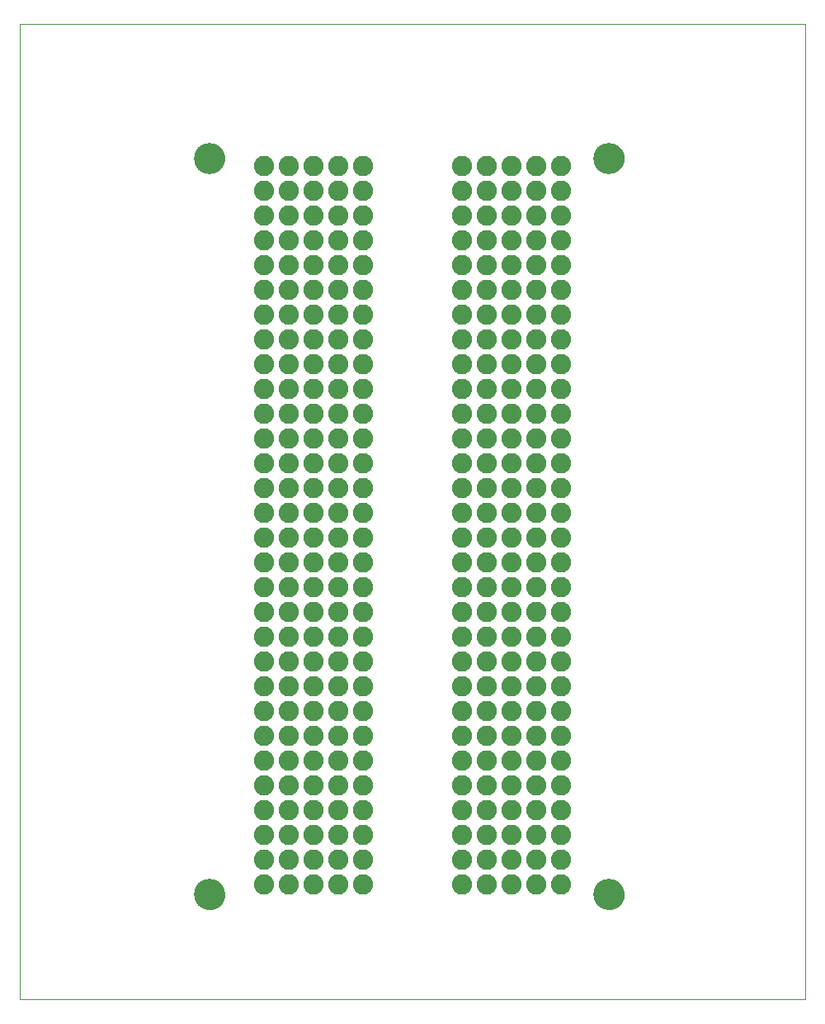
<source format=gts>
G75*
%MOIN*%
%OFA0B0*%
%FSLAX25Y25*%
%IPPOS*%
%LPD*%
%AMOC8*
5,1,8,0,0,1.08239X$1,22.5*
%
%ADD10C,0.00000*%
%ADD11C,0.12611*%
%ADD12C,0.08200*%
D10*
X0001000Y0001000D02*
X0001000Y0394701D01*
X0318421Y0394701D01*
X0318421Y0001000D01*
X0001000Y0001000D01*
X0071897Y0043402D02*
X0071899Y0043555D01*
X0071905Y0043709D01*
X0071915Y0043862D01*
X0071929Y0044014D01*
X0071947Y0044167D01*
X0071969Y0044318D01*
X0071994Y0044469D01*
X0072024Y0044620D01*
X0072058Y0044770D01*
X0072095Y0044918D01*
X0072136Y0045066D01*
X0072181Y0045212D01*
X0072230Y0045358D01*
X0072283Y0045502D01*
X0072339Y0045644D01*
X0072399Y0045785D01*
X0072463Y0045925D01*
X0072530Y0046063D01*
X0072601Y0046199D01*
X0072676Y0046333D01*
X0072753Y0046465D01*
X0072835Y0046595D01*
X0072919Y0046723D01*
X0073007Y0046849D01*
X0073098Y0046972D01*
X0073192Y0047093D01*
X0073290Y0047211D01*
X0073390Y0047327D01*
X0073494Y0047440D01*
X0073600Y0047551D01*
X0073709Y0047659D01*
X0073821Y0047764D01*
X0073935Y0047865D01*
X0074053Y0047964D01*
X0074172Y0048060D01*
X0074294Y0048153D01*
X0074419Y0048242D01*
X0074546Y0048329D01*
X0074675Y0048411D01*
X0074806Y0048491D01*
X0074939Y0048567D01*
X0075074Y0048640D01*
X0075211Y0048709D01*
X0075350Y0048774D01*
X0075490Y0048836D01*
X0075632Y0048894D01*
X0075775Y0048949D01*
X0075920Y0049000D01*
X0076066Y0049047D01*
X0076213Y0049090D01*
X0076361Y0049129D01*
X0076510Y0049165D01*
X0076660Y0049196D01*
X0076811Y0049224D01*
X0076962Y0049248D01*
X0077115Y0049268D01*
X0077267Y0049284D01*
X0077420Y0049296D01*
X0077573Y0049304D01*
X0077726Y0049308D01*
X0077880Y0049308D01*
X0078033Y0049304D01*
X0078186Y0049296D01*
X0078339Y0049284D01*
X0078491Y0049268D01*
X0078644Y0049248D01*
X0078795Y0049224D01*
X0078946Y0049196D01*
X0079096Y0049165D01*
X0079245Y0049129D01*
X0079393Y0049090D01*
X0079540Y0049047D01*
X0079686Y0049000D01*
X0079831Y0048949D01*
X0079974Y0048894D01*
X0080116Y0048836D01*
X0080256Y0048774D01*
X0080395Y0048709D01*
X0080532Y0048640D01*
X0080667Y0048567D01*
X0080800Y0048491D01*
X0080931Y0048411D01*
X0081060Y0048329D01*
X0081187Y0048242D01*
X0081312Y0048153D01*
X0081434Y0048060D01*
X0081553Y0047964D01*
X0081671Y0047865D01*
X0081785Y0047764D01*
X0081897Y0047659D01*
X0082006Y0047551D01*
X0082112Y0047440D01*
X0082216Y0047327D01*
X0082316Y0047211D01*
X0082414Y0047093D01*
X0082508Y0046972D01*
X0082599Y0046849D01*
X0082687Y0046723D01*
X0082771Y0046595D01*
X0082853Y0046465D01*
X0082930Y0046333D01*
X0083005Y0046199D01*
X0083076Y0046063D01*
X0083143Y0045925D01*
X0083207Y0045785D01*
X0083267Y0045644D01*
X0083323Y0045502D01*
X0083376Y0045358D01*
X0083425Y0045212D01*
X0083470Y0045066D01*
X0083511Y0044918D01*
X0083548Y0044770D01*
X0083582Y0044620D01*
X0083612Y0044469D01*
X0083637Y0044318D01*
X0083659Y0044167D01*
X0083677Y0044014D01*
X0083691Y0043862D01*
X0083701Y0043709D01*
X0083707Y0043555D01*
X0083709Y0043402D01*
X0083707Y0043249D01*
X0083701Y0043095D01*
X0083691Y0042942D01*
X0083677Y0042790D01*
X0083659Y0042637D01*
X0083637Y0042486D01*
X0083612Y0042335D01*
X0083582Y0042184D01*
X0083548Y0042034D01*
X0083511Y0041886D01*
X0083470Y0041738D01*
X0083425Y0041592D01*
X0083376Y0041446D01*
X0083323Y0041302D01*
X0083267Y0041160D01*
X0083207Y0041019D01*
X0083143Y0040879D01*
X0083076Y0040741D01*
X0083005Y0040605D01*
X0082930Y0040471D01*
X0082853Y0040339D01*
X0082771Y0040209D01*
X0082687Y0040081D01*
X0082599Y0039955D01*
X0082508Y0039832D01*
X0082414Y0039711D01*
X0082316Y0039593D01*
X0082216Y0039477D01*
X0082112Y0039364D01*
X0082006Y0039253D01*
X0081897Y0039145D01*
X0081785Y0039040D01*
X0081671Y0038939D01*
X0081553Y0038840D01*
X0081434Y0038744D01*
X0081312Y0038651D01*
X0081187Y0038562D01*
X0081060Y0038475D01*
X0080931Y0038393D01*
X0080800Y0038313D01*
X0080667Y0038237D01*
X0080532Y0038164D01*
X0080395Y0038095D01*
X0080256Y0038030D01*
X0080116Y0037968D01*
X0079974Y0037910D01*
X0079831Y0037855D01*
X0079686Y0037804D01*
X0079540Y0037757D01*
X0079393Y0037714D01*
X0079245Y0037675D01*
X0079096Y0037639D01*
X0078946Y0037608D01*
X0078795Y0037580D01*
X0078644Y0037556D01*
X0078491Y0037536D01*
X0078339Y0037520D01*
X0078186Y0037508D01*
X0078033Y0037500D01*
X0077880Y0037496D01*
X0077726Y0037496D01*
X0077573Y0037500D01*
X0077420Y0037508D01*
X0077267Y0037520D01*
X0077115Y0037536D01*
X0076962Y0037556D01*
X0076811Y0037580D01*
X0076660Y0037608D01*
X0076510Y0037639D01*
X0076361Y0037675D01*
X0076213Y0037714D01*
X0076066Y0037757D01*
X0075920Y0037804D01*
X0075775Y0037855D01*
X0075632Y0037910D01*
X0075490Y0037968D01*
X0075350Y0038030D01*
X0075211Y0038095D01*
X0075074Y0038164D01*
X0074939Y0038237D01*
X0074806Y0038313D01*
X0074675Y0038393D01*
X0074546Y0038475D01*
X0074419Y0038562D01*
X0074294Y0038651D01*
X0074172Y0038744D01*
X0074053Y0038840D01*
X0073935Y0038939D01*
X0073821Y0039040D01*
X0073709Y0039145D01*
X0073600Y0039253D01*
X0073494Y0039364D01*
X0073390Y0039477D01*
X0073290Y0039593D01*
X0073192Y0039711D01*
X0073098Y0039832D01*
X0073007Y0039955D01*
X0072919Y0040081D01*
X0072835Y0040209D01*
X0072753Y0040339D01*
X0072676Y0040471D01*
X0072601Y0040605D01*
X0072530Y0040741D01*
X0072463Y0040879D01*
X0072399Y0041019D01*
X0072339Y0041160D01*
X0072283Y0041302D01*
X0072230Y0041446D01*
X0072181Y0041592D01*
X0072136Y0041738D01*
X0072095Y0041886D01*
X0072058Y0042034D01*
X0072024Y0042184D01*
X0071994Y0042335D01*
X0071969Y0042486D01*
X0071947Y0042637D01*
X0071929Y0042790D01*
X0071915Y0042942D01*
X0071905Y0043095D01*
X0071899Y0043249D01*
X0071897Y0043402D01*
X0233314Y0043402D02*
X0233316Y0043555D01*
X0233322Y0043709D01*
X0233332Y0043862D01*
X0233346Y0044014D01*
X0233364Y0044167D01*
X0233386Y0044318D01*
X0233411Y0044469D01*
X0233441Y0044620D01*
X0233475Y0044770D01*
X0233512Y0044918D01*
X0233553Y0045066D01*
X0233598Y0045212D01*
X0233647Y0045358D01*
X0233700Y0045502D01*
X0233756Y0045644D01*
X0233816Y0045785D01*
X0233880Y0045925D01*
X0233947Y0046063D01*
X0234018Y0046199D01*
X0234093Y0046333D01*
X0234170Y0046465D01*
X0234252Y0046595D01*
X0234336Y0046723D01*
X0234424Y0046849D01*
X0234515Y0046972D01*
X0234609Y0047093D01*
X0234707Y0047211D01*
X0234807Y0047327D01*
X0234911Y0047440D01*
X0235017Y0047551D01*
X0235126Y0047659D01*
X0235238Y0047764D01*
X0235352Y0047865D01*
X0235470Y0047964D01*
X0235589Y0048060D01*
X0235711Y0048153D01*
X0235836Y0048242D01*
X0235963Y0048329D01*
X0236092Y0048411D01*
X0236223Y0048491D01*
X0236356Y0048567D01*
X0236491Y0048640D01*
X0236628Y0048709D01*
X0236767Y0048774D01*
X0236907Y0048836D01*
X0237049Y0048894D01*
X0237192Y0048949D01*
X0237337Y0049000D01*
X0237483Y0049047D01*
X0237630Y0049090D01*
X0237778Y0049129D01*
X0237927Y0049165D01*
X0238077Y0049196D01*
X0238228Y0049224D01*
X0238379Y0049248D01*
X0238532Y0049268D01*
X0238684Y0049284D01*
X0238837Y0049296D01*
X0238990Y0049304D01*
X0239143Y0049308D01*
X0239297Y0049308D01*
X0239450Y0049304D01*
X0239603Y0049296D01*
X0239756Y0049284D01*
X0239908Y0049268D01*
X0240061Y0049248D01*
X0240212Y0049224D01*
X0240363Y0049196D01*
X0240513Y0049165D01*
X0240662Y0049129D01*
X0240810Y0049090D01*
X0240957Y0049047D01*
X0241103Y0049000D01*
X0241248Y0048949D01*
X0241391Y0048894D01*
X0241533Y0048836D01*
X0241673Y0048774D01*
X0241812Y0048709D01*
X0241949Y0048640D01*
X0242084Y0048567D01*
X0242217Y0048491D01*
X0242348Y0048411D01*
X0242477Y0048329D01*
X0242604Y0048242D01*
X0242729Y0048153D01*
X0242851Y0048060D01*
X0242970Y0047964D01*
X0243088Y0047865D01*
X0243202Y0047764D01*
X0243314Y0047659D01*
X0243423Y0047551D01*
X0243529Y0047440D01*
X0243633Y0047327D01*
X0243733Y0047211D01*
X0243831Y0047093D01*
X0243925Y0046972D01*
X0244016Y0046849D01*
X0244104Y0046723D01*
X0244188Y0046595D01*
X0244270Y0046465D01*
X0244347Y0046333D01*
X0244422Y0046199D01*
X0244493Y0046063D01*
X0244560Y0045925D01*
X0244624Y0045785D01*
X0244684Y0045644D01*
X0244740Y0045502D01*
X0244793Y0045358D01*
X0244842Y0045212D01*
X0244887Y0045066D01*
X0244928Y0044918D01*
X0244965Y0044770D01*
X0244999Y0044620D01*
X0245029Y0044469D01*
X0245054Y0044318D01*
X0245076Y0044167D01*
X0245094Y0044014D01*
X0245108Y0043862D01*
X0245118Y0043709D01*
X0245124Y0043555D01*
X0245126Y0043402D01*
X0245124Y0043249D01*
X0245118Y0043095D01*
X0245108Y0042942D01*
X0245094Y0042790D01*
X0245076Y0042637D01*
X0245054Y0042486D01*
X0245029Y0042335D01*
X0244999Y0042184D01*
X0244965Y0042034D01*
X0244928Y0041886D01*
X0244887Y0041738D01*
X0244842Y0041592D01*
X0244793Y0041446D01*
X0244740Y0041302D01*
X0244684Y0041160D01*
X0244624Y0041019D01*
X0244560Y0040879D01*
X0244493Y0040741D01*
X0244422Y0040605D01*
X0244347Y0040471D01*
X0244270Y0040339D01*
X0244188Y0040209D01*
X0244104Y0040081D01*
X0244016Y0039955D01*
X0243925Y0039832D01*
X0243831Y0039711D01*
X0243733Y0039593D01*
X0243633Y0039477D01*
X0243529Y0039364D01*
X0243423Y0039253D01*
X0243314Y0039145D01*
X0243202Y0039040D01*
X0243088Y0038939D01*
X0242970Y0038840D01*
X0242851Y0038744D01*
X0242729Y0038651D01*
X0242604Y0038562D01*
X0242477Y0038475D01*
X0242348Y0038393D01*
X0242217Y0038313D01*
X0242084Y0038237D01*
X0241949Y0038164D01*
X0241812Y0038095D01*
X0241673Y0038030D01*
X0241533Y0037968D01*
X0241391Y0037910D01*
X0241248Y0037855D01*
X0241103Y0037804D01*
X0240957Y0037757D01*
X0240810Y0037714D01*
X0240662Y0037675D01*
X0240513Y0037639D01*
X0240363Y0037608D01*
X0240212Y0037580D01*
X0240061Y0037556D01*
X0239908Y0037536D01*
X0239756Y0037520D01*
X0239603Y0037508D01*
X0239450Y0037500D01*
X0239297Y0037496D01*
X0239143Y0037496D01*
X0238990Y0037500D01*
X0238837Y0037508D01*
X0238684Y0037520D01*
X0238532Y0037536D01*
X0238379Y0037556D01*
X0238228Y0037580D01*
X0238077Y0037608D01*
X0237927Y0037639D01*
X0237778Y0037675D01*
X0237630Y0037714D01*
X0237483Y0037757D01*
X0237337Y0037804D01*
X0237192Y0037855D01*
X0237049Y0037910D01*
X0236907Y0037968D01*
X0236767Y0038030D01*
X0236628Y0038095D01*
X0236491Y0038164D01*
X0236356Y0038237D01*
X0236223Y0038313D01*
X0236092Y0038393D01*
X0235963Y0038475D01*
X0235836Y0038562D01*
X0235711Y0038651D01*
X0235589Y0038744D01*
X0235470Y0038840D01*
X0235352Y0038939D01*
X0235238Y0039040D01*
X0235126Y0039145D01*
X0235017Y0039253D01*
X0234911Y0039364D01*
X0234807Y0039477D01*
X0234707Y0039593D01*
X0234609Y0039711D01*
X0234515Y0039832D01*
X0234424Y0039955D01*
X0234336Y0040081D01*
X0234252Y0040209D01*
X0234170Y0040339D01*
X0234093Y0040471D01*
X0234018Y0040605D01*
X0233947Y0040741D01*
X0233880Y0040879D01*
X0233816Y0041019D01*
X0233756Y0041160D01*
X0233700Y0041302D01*
X0233647Y0041446D01*
X0233598Y0041592D01*
X0233553Y0041738D01*
X0233512Y0041886D01*
X0233475Y0042034D01*
X0233441Y0042184D01*
X0233411Y0042335D01*
X0233386Y0042486D01*
X0233364Y0042637D01*
X0233346Y0042790D01*
X0233332Y0042942D01*
X0233322Y0043095D01*
X0233316Y0043249D01*
X0233314Y0043402D01*
X0233314Y0340646D02*
X0233316Y0340799D01*
X0233322Y0340953D01*
X0233332Y0341106D01*
X0233346Y0341258D01*
X0233364Y0341411D01*
X0233386Y0341562D01*
X0233411Y0341713D01*
X0233441Y0341864D01*
X0233475Y0342014D01*
X0233512Y0342162D01*
X0233553Y0342310D01*
X0233598Y0342456D01*
X0233647Y0342602D01*
X0233700Y0342746D01*
X0233756Y0342888D01*
X0233816Y0343029D01*
X0233880Y0343169D01*
X0233947Y0343307D01*
X0234018Y0343443D01*
X0234093Y0343577D01*
X0234170Y0343709D01*
X0234252Y0343839D01*
X0234336Y0343967D01*
X0234424Y0344093D01*
X0234515Y0344216D01*
X0234609Y0344337D01*
X0234707Y0344455D01*
X0234807Y0344571D01*
X0234911Y0344684D01*
X0235017Y0344795D01*
X0235126Y0344903D01*
X0235238Y0345008D01*
X0235352Y0345109D01*
X0235470Y0345208D01*
X0235589Y0345304D01*
X0235711Y0345397D01*
X0235836Y0345486D01*
X0235963Y0345573D01*
X0236092Y0345655D01*
X0236223Y0345735D01*
X0236356Y0345811D01*
X0236491Y0345884D01*
X0236628Y0345953D01*
X0236767Y0346018D01*
X0236907Y0346080D01*
X0237049Y0346138D01*
X0237192Y0346193D01*
X0237337Y0346244D01*
X0237483Y0346291D01*
X0237630Y0346334D01*
X0237778Y0346373D01*
X0237927Y0346409D01*
X0238077Y0346440D01*
X0238228Y0346468D01*
X0238379Y0346492D01*
X0238532Y0346512D01*
X0238684Y0346528D01*
X0238837Y0346540D01*
X0238990Y0346548D01*
X0239143Y0346552D01*
X0239297Y0346552D01*
X0239450Y0346548D01*
X0239603Y0346540D01*
X0239756Y0346528D01*
X0239908Y0346512D01*
X0240061Y0346492D01*
X0240212Y0346468D01*
X0240363Y0346440D01*
X0240513Y0346409D01*
X0240662Y0346373D01*
X0240810Y0346334D01*
X0240957Y0346291D01*
X0241103Y0346244D01*
X0241248Y0346193D01*
X0241391Y0346138D01*
X0241533Y0346080D01*
X0241673Y0346018D01*
X0241812Y0345953D01*
X0241949Y0345884D01*
X0242084Y0345811D01*
X0242217Y0345735D01*
X0242348Y0345655D01*
X0242477Y0345573D01*
X0242604Y0345486D01*
X0242729Y0345397D01*
X0242851Y0345304D01*
X0242970Y0345208D01*
X0243088Y0345109D01*
X0243202Y0345008D01*
X0243314Y0344903D01*
X0243423Y0344795D01*
X0243529Y0344684D01*
X0243633Y0344571D01*
X0243733Y0344455D01*
X0243831Y0344337D01*
X0243925Y0344216D01*
X0244016Y0344093D01*
X0244104Y0343967D01*
X0244188Y0343839D01*
X0244270Y0343709D01*
X0244347Y0343577D01*
X0244422Y0343443D01*
X0244493Y0343307D01*
X0244560Y0343169D01*
X0244624Y0343029D01*
X0244684Y0342888D01*
X0244740Y0342746D01*
X0244793Y0342602D01*
X0244842Y0342456D01*
X0244887Y0342310D01*
X0244928Y0342162D01*
X0244965Y0342014D01*
X0244999Y0341864D01*
X0245029Y0341713D01*
X0245054Y0341562D01*
X0245076Y0341411D01*
X0245094Y0341258D01*
X0245108Y0341106D01*
X0245118Y0340953D01*
X0245124Y0340799D01*
X0245126Y0340646D01*
X0245124Y0340493D01*
X0245118Y0340339D01*
X0245108Y0340186D01*
X0245094Y0340034D01*
X0245076Y0339881D01*
X0245054Y0339730D01*
X0245029Y0339579D01*
X0244999Y0339428D01*
X0244965Y0339278D01*
X0244928Y0339130D01*
X0244887Y0338982D01*
X0244842Y0338836D01*
X0244793Y0338690D01*
X0244740Y0338546D01*
X0244684Y0338404D01*
X0244624Y0338263D01*
X0244560Y0338123D01*
X0244493Y0337985D01*
X0244422Y0337849D01*
X0244347Y0337715D01*
X0244270Y0337583D01*
X0244188Y0337453D01*
X0244104Y0337325D01*
X0244016Y0337199D01*
X0243925Y0337076D01*
X0243831Y0336955D01*
X0243733Y0336837D01*
X0243633Y0336721D01*
X0243529Y0336608D01*
X0243423Y0336497D01*
X0243314Y0336389D01*
X0243202Y0336284D01*
X0243088Y0336183D01*
X0242970Y0336084D01*
X0242851Y0335988D01*
X0242729Y0335895D01*
X0242604Y0335806D01*
X0242477Y0335719D01*
X0242348Y0335637D01*
X0242217Y0335557D01*
X0242084Y0335481D01*
X0241949Y0335408D01*
X0241812Y0335339D01*
X0241673Y0335274D01*
X0241533Y0335212D01*
X0241391Y0335154D01*
X0241248Y0335099D01*
X0241103Y0335048D01*
X0240957Y0335001D01*
X0240810Y0334958D01*
X0240662Y0334919D01*
X0240513Y0334883D01*
X0240363Y0334852D01*
X0240212Y0334824D01*
X0240061Y0334800D01*
X0239908Y0334780D01*
X0239756Y0334764D01*
X0239603Y0334752D01*
X0239450Y0334744D01*
X0239297Y0334740D01*
X0239143Y0334740D01*
X0238990Y0334744D01*
X0238837Y0334752D01*
X0238684Y0334764D01*
X0238532Y0334780D01*
X0238379Y0334800D01*
X0238228Y0334824D01*
X0238077Y0334852D01*
X0237927Y0334883D01*
X0237778Y0334919D01*
X0237630Y0334958D01*
X0237483Y0335001D01*
X0237337Y0335048D01*
X0237192Y0335099D01*
X0237049Y0335154D01*
X0236907Y0335212D01*
X0236767Y0335274D01*
X0236628Y0335339D01*
X0236491Y0335408D01*
X0236356Y0335481D01*
X0236223Y0335557D01*
X0236092Y0335637D01*
X0235963Y0335719D01*
X0235836Y0335806D01*
X0235711Y0335895D01*
X0235589Y0335988D01*
X0235470Y0336084D01*
X0235352Y0336183D01*
X0235238Y0336284D01*
X0235126Y0336389D01*
X0235017Y0336497D01*
X0234911Y0336608D01*
X0234807Y0336721D01*
X0234707Y0336837D01*
X0234609Y0336955D01*
X0234515Y0337076D01*
X0234424Y0337199D01*
X0234336Y0337325D01*
X0234252Y0337453D01*
X0234170Y0337583D01*
X0234093Y0337715D01*
X0234018Y0337849D01*
X0233947Y0337985D01*
X0233880Y0338123D01*
X0233816Y0338263D01*
X0233756Y0338404D01*
X0233700Y0338546D01*
X0233647Y0338690D01*
X0233598Y0338836D01*
X0233553Y0338982D01*
X0233512Y0339130D01*
X0233475Y0339278D01*
X0233441Y0339428D01*
X0233411Y0339579D01*
X0233386Y0339730D01*
X0233364Y0339881D01*
X0233346Y0340034D01*
X0233332Y0340186D01*
X0233322Y0340339D01*
X0233316Y0340493D01*
X0233314Y0340646D01*
X0071897Y0340646D02*
X0071899Y0340799D01*
X0071905Y0340953D01*
X0071915Y0341106D01*
X0071929Y0341258D01*
X0071947Y0341411D01*
X0071969Y0341562D01*
X0071994Y0341713D01*
X0072024Y0341864D01*
X0072058Y0342014D01*
X0072095Y0342162D01*
X0072136Y0342310D01*
X0072181Y0342456D01*
X0072230Y0342602D01*
X0072283Y0342746D01*
X0072339Y0342888D01*
X0072399Y0343029D01*
X0072463Y0343169D01*
X0072530Y0343307D01*
X0072601Y0343443D01*
X0072676Y0343577D01*
X0072753Y0343709D01*
X0072835Y0343839D01*
X0072919Y0343967D01*
X0073007Y0344093D01*
X0073098Y0344216D01*
X0073192Y0344337D01*
X0073290Y0344455D01*
X0073390Y0344571D01*
X0073494Y0344684D01*
X0073600Y0344795D01*
X0073709Y0344903D01*
X0073821Y0345008D01*
X0073935Y0345109D01*
X0074053Y0345208D01*
X0074172Y0345304D01*
X0074294Y0345397D01*
X0074419Y0345486D01*
X0074546Y0345573D01*
X0074675Y0345655D01*
X0074806Y0345735D01*
X0074939Y0345811D01*
X0075074Y0345884D01*
X0075211Y0345953D01*
X0075350Y0346018D01*
X0075490Y0346080D01*
X0075632Y0346138D01*
X0075775Y0346193D01*
X0075920Y0346244D01*
X0076066Y0346291D01*
X0076213Y0346334D01*
X0076361Y0346373D01*
X0076510Y0346409D01*
X0076660Y0346440D01*
X0076811Y0346468D01*
X0076962Y0346492D01*
X0077115Y0346512D01*
X0077267Y0346528D01*
X0077420Y0346540D01*
X0077573Y0346548D01*
X0077726Y0346552D01*
X0077880Y0346552D01*
X0078033Y0346548D01*
X0078186Y0346540D01*
X0078339Y0346528D01*
X0078491Y0346512D01*
X0078644Y0346492D01*
X0078795Y0346468D01*
X0078946Y0346440D01*
X0079096Y0346409D01*
X0079245Y0346373D01*
X0079393Y0346334D01*
X0079540Y0346291D01*
X0079686Y0346244D01*
X0079831Y0346193D01*
X0079974Y0346138D01*
X0080116Y0346080D01*
X0080256Y0346018D01*
X0080395Y0345953D01*
X0080532Y0345884D01*
X0080667Y0345811D01*
X0080800Y0345735D01*
X0080931Y0345655D01*
X0081060Y0345573D01*
X0081187Y0345486D01*
X0081312Y0345397D01*
X0081434Y0345304D01*
X0081553Y0345208D01*
X0081671Y0345109D01*
X0081785Y0345008D01*
X0081897Y0344903D01*
X0082006Y0344795D01*
X0082112Y0344684D01*
X0082216Y0344571D01*
X0082316Y0344455D01*
X0082414Y0344337D01*
X0082508Y0344216D01*
X0082599Y0344093D01*
X0082687Y0343967D01*
X0082771Y0343839D01*
X0082853Y0343709D01*
X0082930Y0343577D01*
X0083005Y0343443D01*
X0083076Y0343307D01*
X0083143Y0343169D01*
X0083207Y0343029D01*
X0083267Y0342888D01*
X0083323Y0342746D01*
X0083376Y0342602D01*
X0083425Y0342456D01*
X0083470Y0342310D01*
X0083511Y0342162D01*
X0083548Y0342014D01*
X0083582Y0341864D01*
X0083612Y0341713D01*
X0083637Y0341562D01*
X0083659Y0341411D01*
X0083677Y0341258D01*
X0083691Y0341106D01*
X0083701Y0340953D01*
X0083707Y0340799D01*
X0083709Y0340646D01*
X0083707Y0340493D01*
X0083701Y0340339D01*
X0083691Y0340186D01*
X0083677Y0340034D01*
X0083659Y0339881D01*
X0083637Y0339730D01*
X0083612Y0339579D01*
X0083582Y0339428D01*
X0083548Y0339278D01*
X0083511Y0339130D01*
X0083470Y0338982D01*
X0083425Y0338836D01*
X0083376Y0338690D01*
X0083323Y0338546D01*
X0083267Y0338404D01*
X0083207Y0338263D01*
X0083143Y0338123D01*
X0083076Y0337985D01*
X0083005Y0337849D01*
X0082930Y0337715D01*
X0082853Y0337583D01*
X0082771Y0337453D01*
X0082687Y0337325D01*
X0082599Y0337199D01*
X0082508Y0337076D01*
X0082414Y0336955D01*
X0082316Y0336837D01*
X0082216Y0336721D01*
X0082112Y0336608D01*
X0082006Y0336497D01*
X0081897Y0336389D01*
X0081785Y0336284D01*
X0081671Y0336183D01*
X0081553Y0336084D01*
X0081434Y0335988D01*
X0081312Y0335895D01*
X0081187Y0335806D01*
X0081060Y0335719D01*
X0080931Y0335637D01*
X0080800Y0335557D01*
X0080667Y0335481D01*
X0080532Y0335408D01*
X0080395Y0335339D01*
X0080256Y0335274D01*
X0080116Y0335212D01*
X0079974Y0335154D01*
X0079831Y0335099D01*
X0079686Y0335048D01*
X0079540Y0335001D01*
X0079393Y0334958D01*
X0079245Y0334919D01*
X0079096Y0334883D01*
X0078946Y0334852D01*
X0078795Y0334824D01*
X0078644Y0334800D01*
X0078491Y0334780D01*
X0078339Y0334764D01*
X0078186Y0334752D01*
X0078033Y0334744D01*
X0077880Y0334740D01*
X0077726Y0334740D01*
X0077573Y0334744D01*
X0077420Y0334752D01*
X0077267Y0334764D01*
X0077115Y0334780D01*
X0076962Y0334800D01*
X0076811Y0334824D01*
X0076660Y0334852D01*
X0076510Y0334883D01*
X0076361Y0334919D01*
X0076213Y0334958D01*
X0076066Y0335001D01*
X0075920Y0335048D01*
X0075775Y0335099D01*
X0075632Y0335154D01*
X0075490Y0335212D01*
X0075350Y0335274D01*
X0075211Y0335339D01*
X0075074Y0335408D01*
X0074939Y0335481D01*
X0074806Y0335557D01*
X0074675Y0335637D01*
X0074546Y0335719D01*
X0074419Y0335806D01*
X0074294Y0335895D01*
X0074172Y0335988D01*
X0074053Y0336084D01*
X0073935Y0336183D01*
X0073821Y0336284D01*
X0073709Y0336389D01*
X0073600Y0336497D01*
X0073494Y0336608D01*
X0073390Y0336721D01*
X0073290Y0336837D01*
X0073192Y0336955D01*
X0073098Y0337076D01*
X0073007Y0337199D01*
X0072919Y0337325D01*
X0072835Y0337453D01*
X0072753Y0337583D01*
X0072676Y0337715D01*
X0072601Y0337849D01*
X0072530Y0337985D01*
X0072463Y0338123D01*
X0072399Y0338263D01*
X0072339Y0338404D01*
X0072283Y0338546D01*
X0072230Y0338690D01*
X0072181Y0338836D01*
X0072136Y0338982D01*
X0072095Y0339130D01*
X0072058Y0339278D01*
X0072024Y0339428D01*
X0071994Y0339579D01*
X0071969Y0339730D01*
X0071947Y0339881D01*
X0071929Y0340034D01*
X0071915Y0340186D01*
X0071905Y0340339D01*
X0071899Y0340493D01*
X0071897Y0340646D01*
D11*
X0077803Y0340646D03*
X0239220Y0340646D03*
X0239220Y0043402D03*
X0077803Y0043402D03*
D12*
X0099677Y0047457D03*
X0099677Y0057457D03*
X0099677Y0067457D03*
X0099677Y0077457D03*
X0099677Y0087457D03*
X0099677Y0097457D03*
X0099677Y0107457D03*
X0099677Y0117457D03*
X0099677Y0127457D03*
X0099677Y0137457D03*
X0099677Y0147457D03*
X0099677Y0157457D03*
X0099677Y0167457D03*
X0099677Y0177457D03*
X0099677Y0187457D03*
X0099677Y0197457D03*
X0099677Y0207457D03*
X0099677Y0217457D03*
X0099677Y0227457D03*
X0099677Y0237457D03*
X0099677Y0247457D03*
X0099677Y0257457D03*
X0099677Y0267457D03*
X0099677Y0277457D03*
X0099677Y0287457D03*
X0099677Y0297457D03*
X0099677Y0307457D03*
X0099677Y0317457D03*
X0099677Y0327457D03*
X0099677Y0337457D03*
X0109677Y0337457D03*
X0119677Y0337457D03*
X0129677Y0337457D03*
X0139677Y0337457D03*
X0139677Y0327457D03*
X0139677Y0317457D03*
X0129677Y0317457D03*
X0129677Y0327457D03*
X0119677Y0327457D03*
X0119677Y0317457D03*
X0109677Y0317457D03*
X0109677Y0327457D03*
X0109677Y0307457D03*
X0109677Y0297457D03*
X0119677Y0297457D03*
X0119677Y0307457D03*
X0129677Y0307457D03*
X0129677Y0297457D03*
X0139677Y0297457D03*
X0139677Y0307457D03*
X0139677Y0287457D03*
X0139677Y0277457D03*
X0129677Y0277457D03*
X0129677Y0287457D03*
X0119677Y0287457D03*
X0119677Y0277457D03*
X0109677Y0277457D03*
X0109677Y0287457D03*
X0109677Y0267457D03*
X0109677Y0257457D03*
X0119677Y0257457D03*
X0119677Y0267457D03*
X0129677Y0267457D03*
X0129677Y0257457D03*
X0139677Y0257457D03*
X0139677Y0267457D03*
X0139677Y0247457D03*
X0139677Y0237457D03*
X0129677Y0237457D03*
X0129677Y0247457D03*
X0119677Y0247457D03*
X0119677Y0237457D03*
X0109677Y0237457D03*
X0109677Y0247457D03*
X0109677Y0227457D03*
X0119677Y0227457D03*
X0129677Y0227457D03*
X0139677Y0227457D03*
X0139677Y0217457D03*
X0139677Y0207457D03*
X0129677Y0207457D03*
X0129677Y0217457D03*
X0119677Y0217457D03*
X0119677Y0207457D03*
X0109677Y0207457D03*
X0109677Y0217457D03*
X0109677Y0197457D03*
X0109677Y0187457D03*
X0119677Y0187457D03*
X0119677Y0197457D03*
X0129677Y0197457D03*
X0129677Y0187457D03*
X0139677Y0187457D03*
X0139677Y0197457D03*
X0139677Y0177457D03*
X0139677Y0167457D03*
X0129677Y0167457D03*
X0129677Y0177457D03*
X0119677Y0177457D03*
X0119677Y0167457D03*
X0109677Y0167457D03*
X0109677Y0177457D03*
X0109677Y0157457D03*
X0109677Y0147457D03*
X0119677Y0147457D03*
X0119677Y0157457D03*
X0129677Y0157457D03*
X0129677Y0147457D03*
X0139677Y0147457D03*
X0139677Y0157457D03*
X0139677Y0137457D03*
X0139677Y0127457D03*
X0129677Y0127457D03*
X0129677Y0137457D03*
X0119677Y0137457D03*
X0119677Y0127457D03*
X0109677Y0127457D03*
X0109677Y0137457D03*
X0109677Y0117457D03*
X0109677Y0107457D03*
X0119677Y0107457D03*
X0119677Y0117457D03*
X0129677Y0117457D03*
X0129677Y0107457D03*
X0139677Y0107457D03*
X0139677Y0117457D03*
X0139677Y0097457D03*
X0139677Y0087457D03*
X0129677Y0087457D03*
X0129677Y0097457D03*
X0119677Y0097457D03*
X0119677Y0087457D03*
X0109677Y0087457D03*
X0109677Y0097457D03*
X0109677Y0077457D03*
X0109677Y0067457D03*
X0119677Y0067457D03*
X0119677Y0077457D03*
X0129677Y0077457D03*
X0129677Y0067457D03*
X0139677Y0067457D03*
X0139677Y0077457D03*
X0139677Y0057457D03*
X0129677Y0057457D03*
X0119677Y0057457D03*
X0109677Y0057457D03*
X0109677Y0047457D03*
X0119677Y0047457D03*
X0129677Y0047457D03*
X0139677Y0047457D03*
X0179677Y0047457D03*
X0179677Y0057457D03*
X0179677Y0067457D03*
X0179677Y0077457D03*
X0179677Y0087457D03*
X0179677Y0097457D03*
X0179677Y0107457D03*
X0179677Y0117457D03*
X0179677Y0127457D03*
X0179677Y0137457D03*
X0179677Y0147457D03*
X0179677Y0157457D03*
X0179677Y0167457D03*
X0179677Y0177457D03*
X0179677Y0187457D03*
X0179677Y0197457D03*
X0179677Y0207457D03*
X0179677Y0217457D03*
X0179677Y0227457D03*
X0179677Y0237457D03*
X0179677Y0247457D03*
X0179677Y0257457D03*
X0179677Y0267457D03*
X0179677Y0277457D03*
X0179677Y0287457D03*
X0179677Y0297457D03*
X0179677Y0307457D03*
X0179677Y0317457D03*
X0179677Y0327457D03*
X0179677Y0337457D03*
X0189677Y0337457D03*
X0199677Y0337457D03*
X0209677Y0337457D03*
X0219677Y0337457D03*
X0219677Y0327457D03*
X0219677Y0317457D03*
X0209677Y0317457D03*
X0209677Y0327457D03*
X0199677Y0327457D03*
X0199677Y0317457D03*
X0189677Y0317457D03*
X0189677Y0327457D03*
X0189677Y0307457D03*
X0189677Y0297457D03*
X0199677Y0297457D03*
X0199677Y0307457D03*
X0209677Y0307457D03*
X0209677Y0297457D03*
X0219677Y0297457D03*
X0219677Y0307457D03*
X0219677Y0287457D03*
X0219677Y0277457D03*
X0209677Y0277457D03*
X0209677Y0287457D03*
X0199677Y0287457D03*
X0199677Y0277457D03*
X0189677Y0277457D03*
X0189677Y0287457D03*
X0189677Y0267457D03*
X0189677Y0257457D03*
X0199677Y0257457D03*
X0199677Y0267457D03*
X0209677Y0267457D03*
X0209677Y0257457D03*
X0219677Y0257457D03*
X0219677Y0267457D03*
X0219677Y0247457D03*
X0219677Y0237457D03*
X0209677Y0237457D03*
X0209677Y0247457D03*
X0199677Y0247457D03*
X0199677Y0237457D03*
X0189677Y0237457D03*
X0189677Y0247457D03*
X0189677Y0227457D03*
X0199677Y0227457D03*
X0209677Y0227457D03*
X0219677Y0227457D03*
X0219677Y0217457D03*
X0219677Y0207457D03*
X0209677Y0207457D03*
X0209677Y0217457D03*
X0199677Y0217457D03*
X0199677Y0207457D03*
X0189677Y0207457D03*
X0189677Y0217457D03*
X0189677Y0197457D03*
X0189677Y0187457D03*
X0199677Y0187457D03*
X0199677Y0197457D03*
X0209677Y0197457D03*
X0209677Y0187457D03*
X0219677Y0187457D03*
X0219677Y0197457D03*
X0219677Y0177457D03*
X0219677Y0167457D03*
X0209677Y0167457D03*
X0209677Y0177457D03*
X0199677Y0177457D03*
X0199677Y0167457D03*
X0189677Y0167457D03*
X0189677Y0177457D03*
X0189677Y0157457D03*
X0189677Y0147457D03*
X0199677Y0147457D03*
X0199677Y0157457D03*
X0209677Y0157457D03*
X0209677Y0147457D03*
X0219677Y0147457D03*
X0219677Y0157457D03*
X0219677Y0137457D03*
X0219677Y0127457D03*
X0209677Y0127457D03*
X0209677Y0137457D03*
X0199677Y0137457D03*
X0199677Y0127457D03*
X0189677Y0127457D03*
X0189677Y0137457D03*
X0189677Y0117457D03*
X0189677Y0107457D03*
X0199677Y0107457D03*
X0199677Y0117457D03*
X0209677Y0117457D03*
X0209677Y0107457D03*
X0219677Y0107457D03*
X0219677Y0117457D03*
X0219677Y0097457D03*
X0219677Y0087457D03*
X0209677Y0087457D03*
X0209677Y0097457D03*
X0199677Y0097457D03*
X0199677Y0087457D03*
X0189677Y0087457D03*
X0189677Y0097457D03*
X0189677Y0077457D03*
X0189677Y0067457D03*
X0199677Y0067457D03*
X0199677Y0077457D03*
X0209677Y0077457D03*
X0209677Y0067457D03*
X0219677Y0067457D03*
X0219677Y0077457D03*
X0219677Y0057457D03*
X0209677Y0057457D03*
X0199677Y0057457D03*
X0189677Y0057457D03*
X0189677Y0047457D03*
X0199677Y0047457D03*
X0209677Y0047457D03*
X0219677Y0047457D03*
M02*

</source>
